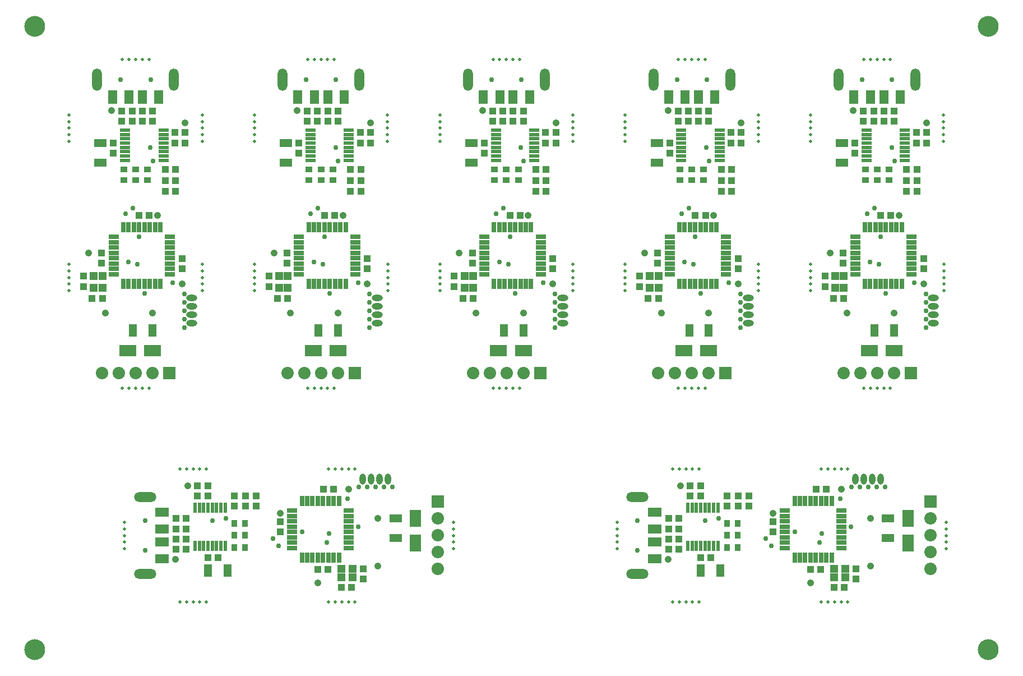
<source format=gts>
G04*
G04 #@! TF.GenerationSoftware,Altium Limited,Altium Designer,20.2.6 (244)*
G04*
G04 Layer_Color=8388736*
%FSLAX25Y25*%
%MOIN*%
G70*
G04*
G04 #@! TF.SameCoordinates,E77E425F-5BF8-4267-B911-1ADF0C2AC1BB*
G04*
G04*
G04 #@! TF.FilePolarity,Negative*
G04*
G01*
G75*
%ADD10C,0.11811*%
%ADD39C,0.01968*%
%ADD53C,0.12402*%
%ADD54R,0.02362X0.06102*%
%ADD55R,0.03740X0.04331*%
%ADD56R,0.08465X0.05315*%
G04:AMPARAMS|DCode=57|XSize=37.41mil|YSize=64.97mil|CornerRadius=18.7mil|HoleSize=0mil|Usage=FLASHONLY|Rotation=360.000|XOffset=0mil|YOffset=0mil|HoleType=Round|Shape=RoundedRectangle|*
%AMROUNDEDRECTD57*
21,1,0.03741,0.02756,0,0,360.0*
21,1,0.00000,0.06497,0,0,360.0*
1,1,0.03741,0.00000,-0.01378*
1,1,0.03741,0.00000,-0.01378*
1,1,0.03741,0.00000,0.01378*
1,1,0.03741,0.00000,0.01378*
%
%ADD57ROUNDEDRECTD57*%
%ADD58R,0.06496X0.02953*%
%ADD59R,0.02953X0.06496*%
%ADD60R,0.04331X0.04134*%
%ADD61R,0.07087X0.10433*%
%ADD62R,0.05118X0.04528*%
%ADD63R,0.04134X0.04331*%
%ADD64R,0.07480X0.04921*%
%ADD65R,0.04921X0.07480*%
%ADD66R,0.02362X0.06102*%
%ADD67R,0.08465X0.05315*%
G04:AMPARAMS|DCode=68|XSize=37.41mil|YSize=64.97mil|CornerRadius=18.7mil|HoleSize=0mil|Usage=FLASHONLY|Rotation=0.000|XOffset=0mil|YOffset=0mil|HoleType=Round|Shape=RoundedRectangle|*
%AMROUNDEDRECTD68*
21,1,0.03741,0.02756,0,0,0.0*
21,1,0.00000,0.06497,0,0,0.0*
1,1,0.03741,0.00000,-0.01378*
1,1,0.03741,0.00000,-0.01378*
1,1,0.03741,0.00000,0.01378*
1,1,0.03741,0.00000,0.01378*
%
%ADD68ROUNDEDRECTD68*%
%ADD69R,0.04331X0.04134*%
%ADD70R,0.07087X0.10433*%
%ADD71R,0.05118X0.04528*%
%ADD72R,0.06102X0.02362*%
%ADD73R,0.04331X0.03740*%
%ADD74R,0.05315X0.08465*%
G04:AMPARAMS|DCode=75|XSize=37.41mil|YSize=64.97mil|CornerRadius=18.7mil|HoleSize=0mil|Usage=FLASHONLY|Rotation=270.000|XOffset=0mil|YOffset=0mil|HoleType=Round|Shape=RoundedRectangle|*
%AMROUNDEDRECTD75*
21,1,0.03741,0.02756,0,0,270.0*
21,1,0.00000,0.06497,0,0,270.0*
1,1,0.03741,-0.01378,0.00000*
1,1,0.03741,-0.01378,0.00000*
1,1,0.03741,0.01378,0.00000*
1,1,0.03741,0.01378,0.00000*
%
%ADD75ROUNDEDRECTD75*%
%ADD76R,0.10433X0.07087*%
%ADD77R,0.04528X0.05118*%
%ADD78C,0.02953*%
%ADD79O,0.13189X0.05709*%
%ADD80R,0.07382X0.07382*%
%ADD81C,0.07382*%
%ADD82C,0.04134*%
%ADD83O,0.05709X0.13189*%
%ADD84R,0.07382X0.07382*%
D10*
X11811Y11811D02*
D03*
X578740D02*
D03*
Y381890D02*
D03*
X11811Y381890D02*
D03*
D39*
X483464Y39961D02*
D03*
Y119193D02*
D03*
X491338Y39961D02*
D03*
Y119193D02*
D03*
X495276Y39961D02*
D03*
X487401D02*
D03*
X479527D02*
D03*
X495276Y119193D02*
D03*
X487401D02*
D03*
X479527D02*
D03*
X190453Y39961D02*
D03*
X186515D02*
D03*
X190453Y119193D02*
D03*
X186515D02*
D03*
X198327Y39961D02*
D03*
X194390D02*
D03*
X198327Y119193D02*
D03*
X194390D02*
D03*
X202264Y39961D02*
D03*
Y119193D02*
D03*
X504823Y362303D02*
D03*
X512697D02*
D03*
X520571D02*
D03*
X516634D02*
D03*
X508760D02*
D03*
X508760Y166929D02*
D03*
X516634D02*
D03*
X520571D02*
D03*
X512697D02*
D03*
X504823D02*
D03*
X473130Y317618D02*
D03*
Y325492D02*
D03*
Y329429D02*
D03*
Y321555D02*
D03*
Y313681D02*
D03*
X552264Y313681D02*
D03*
Y321555D02*
D03*
Y329429D02*
D03*
Y325492D02*
D03*
Y317618D02*
D03*
X473130Y225000D02*
D03*
Y232874D02*
D03*
Y240748D02*
D03*
Y236811D02*
D03*
Y228937D02*
D03*
X552362Y225000D02*
D03*
Y232874D02*
D03*
Y240748D02*
D03*
Y236811D02*
D03*
Y228937D02*
D03*
X394587Y362303D02*
D03*
X402461D02*
D03*
X410335D02*
D03*
X406398D02*
D03*
X398524D02*
D03*
X398524Y166929D02*
D03*
X406398D02*
D03*
X410335D02*
D03*
X402461D02*
D03*
X394587D02*
D03*
X362894Y317618D02*
D03*
Y325492D02*
D03*
Y329429D02*
D03*
Y321555D02*
D03*
Y313681D02*
D03*
X442028Y313681D02*
D03*
Y321555D02*
D03*
Y329429D02*
D03*
Y325492D02*
D03*
Y317618D02*
D03*
X362894Y225000D02*
D03*
Y232874D02*
D03*
Y240748D02*
D03*
Y236811D02*
D03*
Y228937D02*
D03*
X442126Y225000D02*
D03*
Y232874D02*
D03*
Y240748D02*
D03*
Y236811D02*
D03*
Y228937D02*
D03*
X284350Y362303D02*
D03*
X292225D02*
D03*
X300099D02*
D03*
X296162D02*
D03*
X288287D02*
D03*
X288287Y166929D02*
D03*
X296162D02*
D03*
X300099D02*
D03*
X292225D02*
D03*
X284350D02*
D03*
X252658Y317618D02*
D03*
Y325492D02*
D03*
Y329429D02*
D03*
Y321555D02*
D03*
Y313681D02*
D03*
X331791Y313681D02*
D03*
Y321555D02*
D03*
Y329429D02*
D03*
Y325492D02*
D03*
Y317618D02*
D03*
X252658Y225000D02*
D03*
Y232874D02*
D03*
Y240748D02*
D03*
Y236811D02*
D03*
Y228937D02*
D03*
X331890Y225000D02*
D03*
Y232874D02*
D03*
Y240748D02*
D03*
Y236811D02*
D03*
Y228937D02*
D03*
X174114Y362303D02*
D03*
X181988D02*
D03*
X189863D02*
D03*
X185925D02*
D03*
X178051D02*
D03*
X178051Y166929D02*
D03*
X185925D02*
D03*
X189863D02*
D03*
X181988D02*
D03*
X174114D02*
D03*
X142421Y317618D02*
D03*
Y325492D02*
D03*
Y329429D02*
D03*
Y321555D02*
D03*
Y313681D02*
D03*
X221555Y313681D02*
D03*
Y321555D02*
D03*
Y329429D02*
D03*
Y325492D02*
D03*
Y317618D02*
D03*
X142421Y225000D02*
D03*
Y232874D02*
D03*
Y240748D02*
D03*
Y236811D02*
D03*
Y228937D02*
D03*
X221654Y225000D02*
D03*
Y232874D02*
D03*
Y240748D02*
D03*
Y236811D02*
D03*
Y228937D02*
D03*
X63878Y362303D02*
D03*
X71752D02*
D03*
X79626D02*
D03*
X75689D02*
D03*
X67815D02*
D03*
X67815Y166929D02*
D03*
X75689D02*
D03*
X79626D02*
D03*
X71752D02*
D03*
X63878D02*
D03*
X32185Y317618D02*
D03*
Y325492D02*
D03*
Y329429D02*
D03*
Y321555D02*
D03*
Y313681D02*
D03*
X111319Y313681D02*
D03*
Y321555D02*
D03*
Y329429D02*
D03*
Y325492D02*
D03*
Y317618D02*
D03*
X32185Y225000D02*
D03*
Y232874D02*
D03*
Y240748D02*
D03*
Y236811D02*
D03*
Y228937D02*
D03*
X111417Y225000D02*
D03*
Y232874D02*
D03*
Y240748D02*
D03*
Y236811D02*
D03*
Y228937D02*
D03*
X358268Y71653D02*
D03*
Y79528D02*
D03*
Y87402D02*
D03*
Y83465D02*
D03*
Y75591D02*
D03*
X553642Y75591D02*
D03*
Y83465D02*
D03*
Y87402D02*
D03*
Y79528D02*
D03*
Y71653D02*
D03*
X402953Y39961D02*
D03*
X395079D02*
D03*
X391142D02*
D03*
X399016D02*
D03*
X406890D02*
D03*
X406890Y119095D02*
D03*
X399016D02*
D03*
X391142D02*
D03*
X395079D02*
D03*
X402953D02*
D03*
X109941Y119095D02*
D03*
X102067D02*
D03*
X98130D02*
D03*
X106004D02*
D03*
X113878D02*
D03*
X113878Y39961D02*
D03*
X106004D02*
D03*
X98130D02*
D03*
X102067D02*
D03*
X109941D02*
D03*
X260630Y71653D02*
D03*
Y79528D02*
D03*
Y87402D02*
D03*
Y83465D02*
D03*
Y75591D02*
D03*
X65256Y75591D02*
D03*
Y83465D02*
D03*
Y87402D02*
D03*
Y79528D02*
D03*
Y71653D02*
D03*
D53*
X11811Y11811D02*
D03*
X578740Y11811D02*
D03*
Y381890D02*
D03*
X11811Y381890D02*
D03*
D54*
X418004Y96112D02*
D03*
X415445D02*
D03*
X412886D02*
D03*
X410327D02*
D03*
X407768D02*
D03*
X405209D02*
D03*
X402650D02*
D03*
X400091D02*
D03*
X418004Y73277D02*
D03*
X415445D02*
D03*
X412886D02*
D03*
X410327D02*
D03*
X407768D02*
D03*
X405209D02*
D03*
X402650D02*
D03*
X400091D02*
D03*
D55*
X423516Y86663D02*
D03*
X429815D02*
D03*
X423516Y79576D02*
D03*
X429815D02*
D03*
X423516Y72490D02*
D03*
X429815D02*
D03*
X130539Y86663D02*
D03*
X136838D02*
D03*
X130539Y79576D02*
D03*
X136838D02*
D03*
X130539Y72490D02*
D03*
X136838D02*
D03*
D56*
X380504Y93356D02*
D03*
Y83513D02*
D03*
Y75639D02*
D03*
Y65797D02*
D03*
D57*
X514874Y113041D02*
D03*
X509874D02*
D03*
X504874D02*
D03*
X499874D02*
D03*
D58*
X491390Y91092D02*
D03*
Y87942D02*
D03*
Y94242D02*
D03*
Y81643D02*
D03*
Y78494D02*
D03*
Y84793D02*
D03*
Y75344D02*
D03*
Y72194D02*
D03*
X457926Y94242D02*
D03*
Y87942D02*
D03*
Y84793D02*
D03*
Y91092D02*
D03*
Y78494D02*
D03*
Y75344D02*
D03*
Y81643D02*
D03*
Y72194D02*
D03*
X198413Y91092D02*
D03*
Y87942D02*
D03*
Y94242D02*
D03*
Y81643D02*
D03*
Y78494D02*
D03*
Y84793D02*
D03*
Y75344D02*
D03*
Y72194D02*
D03*
X164949Y94242D02*
D03*
Y87942D02*
D03*
Y84793D02*
D03*
Y91092D02*
D03*
Y78494D02*
D03*
Y75344D02*
D03*
Y81643D02*
D03*
Y72194D02*
D03*
X92161Y247431D02*
D03*
Y244282D02*
D03*
Y250581D02*
D03*
Y237983D02*
D03*
Y234833D02*
D03*
Y241132D02*
D03*
X58697Y234833D02*
D03*
Y247431D02*
D03*
Y244282D02*
D03*
Y250581D02*
D03*
Y237983D02*
D03*
Y241132D02*
D03*
X92161Y256880D02*
D03*
Y253731D02*
D03*
X58697D02*
D03*
Y256880D02*
D03*
X202398Y247431D02*
D03*
Y244282D02*
D03*
Y250581D02*
D03*
Y237983D02*
D03*
Y234833D02*
D03*
Y241132D02*
D03*
X168933Y234833D02*
D03*
Y247431D02*
D03*
Y244282D02*
D03*
Y250581D02*
D03*
Y237983D02*
D03*
Y241132D02*
D03*
X202398Y256880D02*
D03*
Y253731D02*
D03*
X168933D02*
D03*
Y256880D02*
D03*
X312634Y247431D02*
D03*
Y244282D02*
D03*
Y250581D02*
D03*
Y237983D02*
D03*
Y234833D02*
D03*
Y241132D02*
D03*
X279169Y234833D02*
D03*
Y247431D02*
D03*
Y244282D02*
D03*
Y250581D02*
D03*
Y237983D02*
D03*
Y241132D02*
D03*
X312634Y256880D02*
D03*
Y253731D02*
D03*
X279169D02*
D03*
Y256880D02*
D03*
X422870Y247431D02*
D03*
Y244282D02*
D03*
Y250581D02*
D03*
Y237983D02*
D03*
Y234833D02*
D03*
Y241132D02*
D03*
X389405Y234833D02*
D03*
Y247431D02*
D03*
Y244282D02*
D03*
Y250581D02*
D03*
Y237983D02*
D03*
Y241132D02*
D03*
X422870Y256880D02*
D03*
Y253731D02*
D03*
X389405D02*
D03*
Y256880D02*
D03*
X533106Y247431D02*
D03*
Y244282D02*
D03*
Y250581D02*
D03*
Y237983D02*
D03*
Y234833D02*
D03*
Y241132D02*
D03*
X499642Y234833D02*
D03*
Y247431D02*
D03*
Y244282D02*
D03*
Y250581D02*
D03*
Y237983D02*
D03*
Y241132D02*
D03*
X533106Y256880D02*
D03*
Y253731D02*
D03*
X499642D02*
D03*
Y256880D02*
D03*
D59*
X473083Y99950D02*
D03*
X476233D02*
D03*
X469934D02*
D03*
X482532D02*
D03*
X485681D02*
D03*
X479382D02*
D03*
X485681Y66486D02*
D03*
X473083D02*
D03*
X476233D02*
D03*
X469934D02*
D03*
X482532D02*
D03*
X479382D02*
D03*
X463634Y99950D02*
D03*
X466784D02*
D03*
Y66486D02*
D03*
X463634D02*
D03*
X180106Y99950D02*
D03*
X183256D02*
D03*
X176957D02*
D03*
X189555D02*
D03*
X192705D02*
D03*
X186405D02*
D03*
X192705Y66486D02*
D03*
X180106D02*
D03*
X183256D02*
D03*
X176957D02*
D03*
X189555D02*
D03*
X186405D02*
D03*
X170657Y99950D02*
D03*
X173807D02*
D03*
Y66486D02*
D03*
X170657D02*
D03*
X83303Y229124D02*
D03*
X80154D02*
D03*
X86453D02*
D03*
X73854D02*
D03*
X70705D02*
D03*
X77004D02*
D03*
X67555D02*
D03*
X64406D02*
D03*
X86453Y262589D02*
D03*
X80154D02*
D03*
X77004D02*
D03*
X83303D02*
D03*
X70705D02*
D03*
X67555D02*
D03*
X73854D02*
D03*
X64406D02*
D03*
X193539Y229124D02*
D03*
X190390D02*
D03*
X196689D02*
D03*
X184090D02*
D03*
X180941D02*
D03*
X187240D02*
D03*
X177791D02*
D03*
X174642D02*
D03*
X196689Y262589D02*
D03*
X190390D02*
D03*
X187240D02*
D03*
X193539D02*
D03*
X180941D02*
D03*
X177791D02*
D03*
X184090D02*
D03*
X174642D02*
D03*
X303776Y229124D02*
D03*
X300626D02*
D03*
X306925D02*
D03*
X294327D02*
D03*
X291177D02*
D03*
X297476D02*
D03*
X288028D02*
D03*
X284878D02*
D03*
X306925Y262589D02*
D03*
X300626D02*
D03*
X297476D02*
D03*
X303776D02*
D03*
X291177D02*
D03*
X288028D02*
D03*
X294327D02*
D03*
X284878D02*
D03*
X414012Y229124D02*
D03*
X410862D02*
D03*
X417161D02*
D03*
X404563D02*
D03*
X401413D02*
D03*
X407713D02*
D03*
X398264D02*
D03*
X395114D02*
D03*
X417161Y262589D02*
D03*
X410862D02*
D03*
X407713D02*
D03*
X414012D02*
D03*
X401413D02*
D03*
X398264D02*
D03*
X404563D02*
D03*
X395114D02*
D03*
X524248Y229124D02*
D03*
X521098D02*
D03*
X527398D02*
D03*
X514799D02*
D03*
X511650D02*
D03*
X517949D02*
D03*
X508500D02*
D03*
X505350D02*
D03*
X527398Y262589D02*
D03*
X521098D02*
D03*
X517949D02*
D03*
X524248D02*
D03*
X511650D02*
D03*
X508500D02*
D03*
X514799D02*
D03*
X505350D02*
D03*
D60*
X450780Y87746D02*
D03*
Y81643D02*
D03*
X500248Y59793D02*
D03*
Y53691D02*
D03*
X407670Y109005D02*
D03*
Y102903D02*
D03*
X401469D02*
D03*
Y109005D02*
D03*
X423516Y103199D02*
D03*
Y97096D02*
D03*
X430012Y103199D02*
D03*
Y97096D02*
D03*
X394776Y89616D02*
D03*
Y83513D02*
D03*
X388674D02*
D03*
Y89616D02*
D03*
X436508Y103199D02*
D03*
Y97096D02*
D03*
X108492Y102903D02*
D03*
Y109005D02*
D03*
X101799Y89616D02*
D03*
Y83513D02*
D03*
X95697D02*
D03*
Y89616D02*
D03*
X51512Y241329D02*
D03*
Y247431D02*
D03*
X40783Y227451D02*
D03*
Y233554D02*
D03*
X99346Y237983D02*
D03*
Y244085D02*
D03*
X63618Y325739D02*
D03*
Y331841D02*
D03*
X69721Y325739D02*
D03*
Y331841D02*
D03*
X58598Y312747D02*
D03*
Y306644D02*
D03*
X161748Y241329D02*
D03*
Y247431D02*
D03*
X151020Y227451D02*
D03*
Y233554D02*
D03*
X209583Y237983D02*
D03*
Y244085D02*
D03*
X173854Y325739D02*
D03*
Y331841D02*
D03*
X179957Y325739D02*
D03*
Y331841D02*
D03*
X168835Y312747D02*
D03*
Y306644D02*
D03*
X271984Y241329D02*
D03*
Y247431D02*
D03*
X261256Y227451D02*
D03*
Y233554D02*
D03*
X319819Y237983D02*
D03*
Y244085D02*
D03*
X284090Y325739D02*
D03*
Y331841D02*
D03*
X290193Y325739D02*
D03*
Y331841D02*
D03*
X279071Y312747D02*
D03*
Y306644D02*
D03*
X382220Y241329D02*
D03*
Y247431D02*
D03*
X371492Y227451D02*
D03*
Y233554D02*
D03*
X430055Y237983D02*
D03*
Y244085D02*
D03*
X394327Y325739D02*
D03*
Y331841D02*
D03*
X400429Y325739D02*
D03*
Y331841D02*
D03*
X389307Y312747D02*
D03*
Y306644D02*
D03*
X492457Y241329D02*
D03*
Y247431D02*
D03*
X481728Y227451D02*
D03*
Y233554D02*
D03*
X540291Y237983D02*
D03*
Y244085D02*
D03*
X504563Y325739D02*
D03*
Y331841D02*
D03*
X510665Y325739D02*
D03*
Y331841D02*
D03*
X499543Y312747D02*
D03*
Y306644D02*
D03*
D61*
X531095Y89655D02*
D03*
Y74891D02*
D03*
D62*
X493851Y59793D02*
D03*
Y54675D02*
D03*
X486961Y59793D02*
D03*
Y54675D02*
D03*
D63*
X479185Y59301D02*
D03*
X473083D02*
D03*
X493063Y48572D02*
D03*
X486961D02*
D03*
X482532Y107135D02*
D03*
X476430D02*
D03*
X394776Y71407D02*
D03*
X388674D02*
D03*
X394776Y77509D02*
D03*
X388674D02*
D03*
X407768Y66387D02*
D03*
X413870D02*
D03*
X186209Y59301D02*
D03*
X180106D02*
D03*
X200086Y48572D02*
D03*
X193984D02*
D03*
X189555Y107135D02*
D03*
X183453D02*
D03*
X101799Y71407D02*
D03*
X95697D02*
D03*
X101799Y77509D02*
D03*
X95697D02*
D03*
X114791Y66387D02*
D03*
X120894D02*
D03*
X79957Y269735D02*
D03*
X73854D02*
D03*
X52004Y220266D02*
D03*
X45902D02*
D03*
X101216Y312845D02*
D03*
X95114D02*
D03*
Y319046D02*
D03*
X101216D02*
D03*
X95409Y296998D02*
D03*
X89307D02*
D03*
X95409Y290502D02*
D03*
X89307D02*
D03*
X81827Y325739D02*
D03*
X75724D02*
D03*
Y331841D02*
D03*
X81827D02*
D03*
X95409Y284006D02*
D03*
X89307D02*
D03*
X190193Y269735D02*
D03*
X184090D02*
D03*
X162240Y220266D02*
D03*
X156138D02*
D03*
X211453Y312845D02*
D03*
X205350D02*
D03*
Y319046D02*
D03*
X211453D02*
D03*
X205646Y296998D02*
D03*
X199543D02*
D03*
X205646Y290502D02*
D03*
X199543D02*
D03*
X192063Y325739D02*
D03*
X185961D02*
D03*
Y331841D02*
D03*
X192063D02*
D03*
X205646Y284006D02*
D03*
X199543D02*
D03*
X300429Y269735D02*
D03*
X294327D02*
D03*
X272476Y220266D02*
D03*
X266374D02*
D03*
X321689Y312845D02*
D03*
X315587D02*
D03*
Y319046D02*
D03*
X321689D02*
D03*
X315882Y296998D02*
D03*
X309780D02*
D03*
X315882Y290502D02*
D03*
X309780D02*
D03*
X302299Y325739D02*
D03*
X296197D02*
D03*
Y331841D02*
D03*
X302299D02*
D03*
X315882Y284006D02*
D03*
X309780D02*
D03*
X410665Y269735D02*
D03*
X404563D02*
D03*
X382713Y220266D02*
D03*
X376610D02*
D03*
X431925Y312845D02*
D03*
X425823D02*
D03*
Y319046D02*
D03*
X431925D02*
D03*
X426118Y296998D02*
D03*
X420016D02*
D03*
X426118Y290502D02*
D03*
X420016D02*
D03*
X412535Y325739D02*
D03*
X406433D02*
D03*
Y331841D02*
D03*
X412535D02*
D03*
X426118Y284006D02*
D03*
X420016D02*
D03*
X520902Y269735D02*
D03*
X514799D02*
D03*
X492949Y220266D02*
D03*
X486846D02*
D03*
X542161Y312845D02*
D03*
X536059D02*
D03*
Y319046D02*
D03*
X542161D02*
D03*
X536354Y296998D02*
D03*
X530252D02*
D03*
X536354Y290502D02*
D03*
X530252D02*
D03*
X522772Y325739D02*
D03*
X516669D02*
D03*
Y331841D02*
D03*
X522772D02*
D03*
X536354Y284006D02*
D03*
X530252D02*
D03*
D64*
X519284Y78041D02*
D03*
Y89655D02*
D03*
X226307Y78041D02*
D03*
Y89655D02*
D03*
X50921Y312747D02*
D03*
Y301132D02*
D03*
X161158Y312747D02*
D03*
Y301132D02*
D03*
X271394Y312747D02*
D03*
Y301132D02*
D03*
X381630Y312747D02*
D03*
Y301132D02*
D03*
X491866Y312747D02*
D03*
Y301132D02*
D03*
D65*
X407768Y58710D02*
D03*
X419382D02*
D03*
X114791Y58710D02*
D03*
X126405D02*
D03*
X70252Y201231D02*
D03*
X81866D02*
D03*
X180488D02*
D03*
X192102D02*
D03*
X290724D02*
D03*
X302339D02*
D03*
X400961D02*
D03*
X412575D02*
D03*
X511197D02*
D03*
X522811D02*
D03*
D66*
X125028Y96112D02*
D03*
X122468D02*
D03*
X119909D02*
D03*
X117350D02*
D03*
X114791D02*
D03*
X112232D02*
D03*
X109673D02*
D03*
X107114D02*
D03*
X125028Y73277D02*
D03*
X122468D02*
D03*
X119909D02*
D03*
X117350D02*
D03*
X114791D02*
D03*
X112232D02*
D03*
X109673D02*
D03*
X107114D02*
D03*
D67*
X87528Y93356D02*
D03*
Y83513D02*
D03*
Y75639D02*
D03*
Y65797D02*
D03*
D68*
X221898Y113041D02*
D03*
X216898D02*
D03*
X211898D02*
D03*
X206898D02*
D03*
D69*
X157803Y87746D02*
D03*
Y81643D02*
D03*
X207272Y59793D02*
D03*
Y53691D02*
D03*
X114693Y109005D02*
D03*
Y102903D02*
D03*
X130539Y103198D02*
D03*
Y97096D02*
D03*
X137035Y103198D02*
D03*
Y97096D02*
D03*
X143531Y103198D02*
D03*
Y97096D02*
D03*
D70*
X238118Y89655D02*
D03*
Y74891D02*
D03*
D71*
X200874Y59793D02*
D03*
Y54675D02*
D03*
X193984Y59793D02*
D03*
Y54675D02*
D03*
D72*
X88323Y302510D02*
D03*
Y305069D02*
D03*
Y307628D02*
D03*
Y310187D02*
D03*
Y312747D02*
D03*
Y315305D02*
D03*
Y317865D02*
D03*
Y320424D02*
D03*
X65488Y302510D02*
D03*
Y305069D02*
D03*
Y307628D02*
D03*
Y310187D02*
D03*
Y312747D02*
D03*
Y315305D02*
D03*
Y317865D02*
D03*
Y320424D02*
D03*
X198559Y302510D02*
D03*
Y305069D02*
D03*
Y307628D02*
D03*
Y310187D02*
D03*
Y312747D02*
D03*
Y315305D02*
D03*
Y317865D02*
D03*
Y320424D02*
D03*
X175724Y302510D02*
D03*
Y305069D02*
D03*
Y307628D02*
D03*
Y310187D02*
D03*
Y312747D02*
D03*
Y315305D02*
D03*
Y317865D02*
D03*
Y320424D02*
D03*
X308795Y302510D02*
D03*
Y305069D02*
D03*
Y307628D02*
D03*
Y310187D02*
D03*
Y312747D02*
D03*
Y315305D02*
D03*
Y317865D02*
D03*
Y320424D02*
D03*
X285961Y302510D02*
D03*
Y305069D02*
D03*
Y307628D02*
D03*
Y310187D02*
D03*
Y312747D02*
D03*
Y315305D02*
D03*
Y317865D02*
D03*
Y320424D02*
D03*
X419031Y302510D02*
D03*
Y305069D02*
D03*
Y307628D02*
D03*
Y310187D02*
D03*
Y312747D02*
D03*
Y315305D02*
D03*
Y317865D02*
D03*
Y320424D02*
D03*
X396197Y302510D02*
D03*
Y305069D02*
D03*
Y307628D02*
D03*
Y310187D02*
D03*
Y312747D02*
D03*
Y315305D02*
D03*
Y317865D02*
D03*
Y320424D02*
D03*
X529268Y302510D02*
D03*
Y305069D02*
D03*
Y307628D02*
D03*
Y310187D02*
D03*
Y312747D02*
D03*
Y315305D02*
D03*
Y317865D02*
D03*
Y320424D02*
D03*
X506433Y302510D02*
D03*
Y305069D02*
D03*
Y307628D02*
D03*
Y310187D02*
D03*
Y312747D02*
D03*
Y315305D02*
D03*
Y317865D02*
D03*
Y320424D02*
D03*
D73*
X78874Y296999D02*
D03*
Y290699D02*
D03*
X71787Y296999D02*
D03*
Y290699D02*
D03*
X64701Y296999D02*
D03*
Y290699D02*
D03*
X189110Y296999D02*
D03*
Y290699D02*
D03*
X182024Y296999D02*
D03*
Y290699D02*
D03*
X174937Y296999D02*
D03*
Y290699D02*
D03*
X299346Y296999D02*
D03*
Y290699D02*
D03*
X292260Y296999D02*
D03*
Y290699D02*
D03*
X285173Y296999D02*
D03*
Y290699D02*
D03*
X409583Y296999D02*
D03*
Y290699D02*
D03*
X402496Y296999D02*
D03*
Y290699D02*
D03*
X395409Y296999D02*
D03*
Y290699D02*
D03*
X519819Y296999D02*
D03*
Y290699D02*
D03*
X512732Y296999D02*
D03*
Y290699D02*
D03*
X505646Y296999D02*
D03*
Y290699D02*
D03*
D74*
X85567Y340010D02*
D03*
X75724D02*
D03*
X67850D02*
D03*
X58008D02*
D03*
X195803D02*
D03*
X185961D02*
D03*
X178087D02*
D03*
X168244D02*
D03*
X306039D02*
D03*
X296197D02*
D03*
X288323D02*
D03*
X278480D02*
D03*
X416276D02*
D03*
X406433D02*
D03*
X398559D02*
D03*
X388717D02*
D03*
X526512D02*
D03*
X516669D02*
D03*
X508795D02*
D03*
X498953D02*
D03*
D75*
X105252Y205640D02*
D03*
Y210640D02*
D03*
Y215640D02*
D03*
Y220640D02*
D03*
X215488Y205640D02*
D03*
Y210640D02*
D03*
Y215640D02*
D03*
Y220640D02*
D03*
X325724Y205640D02*
D03*
Y210640D02*
D03*
Y215640D02*
D03*
Y220640D02*
D03*
X435960Y205640D02*
D03*
Y210640D02*
D03*
Y215640D02*
D03*
Y220640D02*
D03*
X546197Y205640D02*
D03*
Y210640D02*
D03*
Y215640D02*
D03*
Y220640D02*
D03*
D76*
X81866Y189420D02*
D03*
X67102D02*
D03*
X192102D02*
D03*
X177339D02*
D03*
X302339D02*
D03*
X287575D02*
D03*
X412575D02*
D03*
X397811D02*
D03*
X522811D02*
D03*
X508047D02*
D03*
D77*
X52004Y226664D02*
D03*
X46886D02*
D03*
X52004Y233554D02*
D03*
X46886D02*
D03*
X162240Y226664D02*
D03*
X157122D02*
D03*
X162240Y233554D02*
D03*
X157122D02*
D03*
X272476Y226664D02*
D03*
X267358D02*
D03*
X272476Y233554D02*
D03*
X267358D02*
D03*
X382713Y226664D02*
D03*
X377594D02*
D03*
X382713Y233554D02*
D03*
X377594D02*
D03*
X492949Y226664D02*
D03*
X487831D02*
D03*
X492949Y233554D02*
D03*
X487831D02*
D03*
D78*
X370268Y70718D02*
D03*
Y88435D02*
D03*
X497374Y108494D02*
D03*
X502374D02*
D03*
X507374D02*
D03*
X512374D02*
D03*
X517374D02*
D03*
X449686Y73474D02*
D03*
X497138Y84793D02*
D03*
X463634Y81643D02*
D03*
X479863Y80670D02*
D03*
X446438Y77805D02*
D03*
X478398Y75364D02*
D03*
X490740Y101532D02*
D03*
X418398Y89813D02*
D03*
X410327Y88238D02*
D03*
X77291Y70718D02*
D03*
Y88435D02*
D03*
X204398Y108494D02*
D03*
X209398D02*
D03*
X214398D02*
D03*
X219398D02*
D03*
X224398D02*
D03*
X156709Y73474D02*
D03*
X204161Y84793D02*
D03*
X170657Y81643D02*
D03*
X186886Y80670D02*
D03*
X153461Y77805D02*
D03*
X185421Y75364D02*
D03*
X197764Y101532D02*
D03*
X125421Y89813D02*
D03*
X117350Y88238D02*
D03*
X62929Y350247D02*
D03*
X80646D02*
D03*
X100705Y223140D02*
D03*
Y218140D02*
D03*
Y213140D02*
D03*
Y208140D02*
D03*
Y203140D02*
D03*
X65685Y270829D02*
D03*
X77004Y223376D02*
D03*
X73854Y256880D02*
D03*
X72882Y240652D02*
D03*
X70016Y274077D02*
D03*
X67575Y242116D02*
D03*
X93743Y229774D02*
D03*
X82024Y302117D02*
D03*
X80449Y310187D02*
D03*
X173165Y350247D02*
D03*
X190882D02*
D03*
X210941Y223140D02*
D03*
Y218140D02*
D03*
Y213140D02*
D03*
Y208140D02*
D03*
Y203140D02*
D03*
X175921Y270829D02*
D03*
X187240Y223376D02*
D03*
X184090Y256880D02*
D03*
X183118Y240652D02*
D03*
X180252Y274077D02*
D03*
X177811Y242116D02*
D03*
X203979Y229774D02*
D03*
X192260Y302117D02*
D03*
X190685Y310187D02*
D03*
X283401Y350247D02*
D03*
X301118D02*
D03*
X321177Y223140D02*
D03*
Y218140D02*
D03*
Y213140D02*
D03*
Y208140D02*
D03*
Y203140D02*
D03*
X286157Y270829D02*
D03*
X297476Y223376D02*
D03*
X294327Y256880D02*
D03*
X293354Y240652D02*
D03*
X290488Y274077D02*
D03*
X288047Y242116D02*
D03*
X314215Y229774D02*
D03*
X302496Y302117D02*
D03*
X300921Y310187D02*
D03*
X393638Y350247D02*
D03*
X411354D02*
D03*
X431413Y223140D02*
D03*
Y218140D02*
D03*
Y213140D02*
D03*
Y208140D02*
D03*
Y203140D02*
D03*
X396394Y270829D02*
D03*
X407713Y223376D02*
D03*
X404563Y256880D02*
D03*
X403590Y240652D02*
D03*
X400724Y274077D02*
D03*
X398283Y242116D02*
D03*
X424452Y229774D02*
D03*
X412732Y302117D02*
D03*
X411158Y310187D02*
D03*
X503874Y350247D02*
D03*
X521591D02*
D03*
X541650Y223140D02*
D03*
Y218140D02*
D03*
Y213140D02*
D03*
Y208140D02*
D03*
Y203140D02*
D03*
X506630Y270829D02*
D03*
X517949Y223376D02*
D03*
X514799Y256880D02*
D03*
X513826Y240652D02*
D03*
X510961Y274077D02*
D03*
X508520Y242116D02*
D03*
X534688Y229774D02*
D03*
X522968Y302117D02*
D03*
X521394Y310187D02*
D03*
D79*
X370268Y56742D02*
D03*
Y102411D02*
D03*
X77291Y56742D02*
D03*
Y102411D02*
D03*
D80*
X544579Y99655D02*
D03*
X251602Y99655D02*
D03*
D81*
X544579Y89655D02*
D03*
Y79655D02*
D03*
Y69655D02*
D03*
Y59655D02*
D03*
X251602Y89655D02*
D03*
Y79655D02*
D03*
Y69655D02*
D03*
Y59655D02*
D03*
X81866Y175935D02*
D03*
X71866D02*
D03*
X61866D02*
D03*
X51866D02*
D03*
X192102D02*
D03*
X182102D02*
D03*
X172102D02*
D03*
X162102D02*
D03*
X302339D02*
D03*
X292339D02*
D03*
X282339D02*
D03*
X272339D02*
D03*
X412575D02*
D03*
X402575D02*
D03*
X392575D02*
D03*
X382575D02*
D03*
X522811D02*
D03*
X512811D02*
D03*
X502811D02*
D03*
X492811D02*
D03*
D82*
X508811Y61496D02*
D03*
X473083Y51525D02*
D03*
X508811Y89655D02*
D03*
X491331Y107135D02*
D03*
X450780Y92568D02*
D03*
X395662Y109005D02*
D03*
X388378Y65403D02*
D03*
X215834Y61496D02*
D03*
X180106Y51525D02*
D03*
X215834Y89655D02*
D03*
X198354Y107135D02*
D03*
X157803Y92568D02*
D03*
X102685Y109005D02*
D03*
X95402Y65403D02*
D03*
X53707Y211703D02*
D03*
X43736Y247431D02*
D03*
X81866Y211703D02*
D03*
X99346Y229184D02*
D03*
X84780Y269735D02*
D03*
X101216Y324853D02*
D03*
X57614Y332136D02*
D03*
X163943Y211703D02*
D03*
X153972Y247431D02*
D03*
X192102Y211703D02*
D03*
X209583Y229184D02*
D03*
X195016Y269735D02*
D03*
X211453Y324853D02*
D03*
X167850Y332136D02*
D03*
X274179Y211703D02*
D03*
X264209Y247431D02*
D03*
X302339Y211703D02*
D03*
X319819Y229184D02*
D03*
X305252Y269735D02*
D03*
X321689Y324853D02*
D03*
X278087Y332136D02*
D03*
X384416Y211703D02*
D03*
X374445Y247431D02*
D03*
X412575Y211703D02*
D03*
X430055Y229184D02*
D03*
X415488Y269735D02*
D03*
X431925Y324853D02*
D03*
X388323Y332136D02*
D03*
X494652Y211703D02*
D03*
X484681Y247431D02*
D03*
X522811Y211703D02*
D03*
X540291Y229184D02*
D03*
X525724Y269735D02*
D03*
X542161Y324853D02*
D03*
X498559Y332136D02*
D03*
D83*
X48953Y350247D02*
D03*
X94622D02*
D03*
X159189D02*
D03*
X204858D02*
D03*
X269425D02*
D03*
X315094D02*
D03*
X379661D02*
D03*
X425331D02*
D03*
X489898D02*
D03*
X535567D02*
D03*
D84*
X91866Y175935D02*
D03*
X202102D02*
D03*
X312339D02*
D03*
X422575D02*
D03*
X532811D02*
D03*
M02*

</source>
